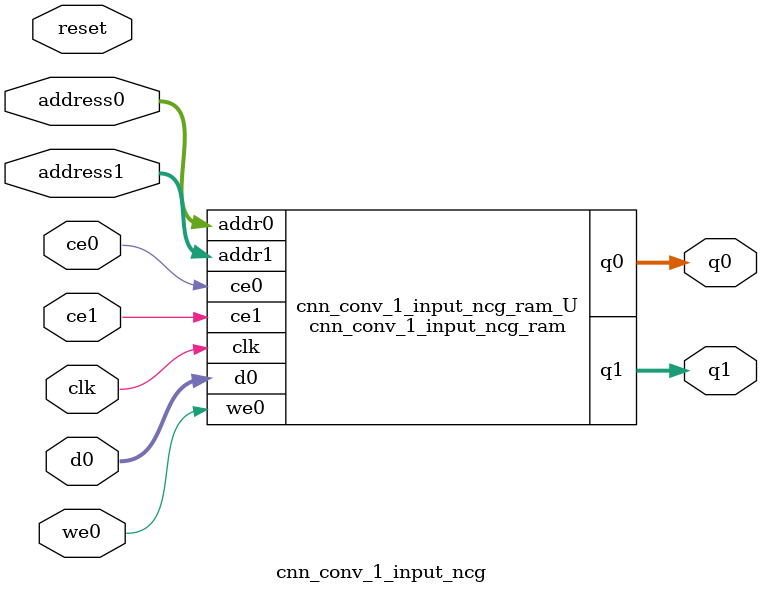
<source format=v>
`timescale 1 ns / 1 ps
module cnn_conv_1_input_ncg_ram (addr0, ce0, d0, we0, q0, addr1, ce1, q1,  clk);

parameter DWIDTH = 32;
parameter AWIDTH = 7;
parameter MEM_SIZE = 70;

input[AWIDTH-1:0] addr0;
input ce0;
input[DWIDTH-1:0] d0;
input we0;
output reg[DWIDTH-1:0] q0;
input[AWIDTH-1:0] addr1;
input ce1;
output reg[DWIDTH-1:0] q1;
input clk;

(* ram_style = "block" *)reg [DWIDTH-1:0] ram[0:MEM_SIZE-1];




always @(posedge clk)  
begin 
    if (ce0) 
    begin
        if (we0) 
        begin 
            ram[addr0] <= d0; 
        end 
        q0 <= ram[addr0];
    end
end


always @(posedge clk)  
begin 
    if (ce1) 
    begin
        q1 <= ram[addr1];
    end
end


endmodule

`timescale 1 ns / 1 ps
module cnn_conv_1_input_ncg(
    reset,
    clk,
    address0,
    ce0,
    we0,
    d0,
    q0,
    address1,
    ce1,
    q1);

parameter DataWidth = 32'd32;
parameter AddressRange = 32'd70;
parameter AddressWidth = 32'd7;
input reset;
input clk;
input[AddressWidth - 1:0] address0;
input ce0;
input we0;
input[DataWidth - 1:0] d0;
output[DataWidth - 1:0] q0;
input[AddressWidth - 1:0] address1;
input ce1;
output[DataWidth - 1:0] q1;



cnn_conv_1_input_ncg_ram cnn_conv_1_input_ncg_ram_U(
    .clk( clk ),
    .addr0( address0 ),
    .ce0( ce0 ),
    .we0( we0 ),
    .d0( d0 ),
    .q0( q0 ),
    .addr1( address1 ),
    .ce1( ce1 ),
    .q1( q1 ));

endmodule


</source>
